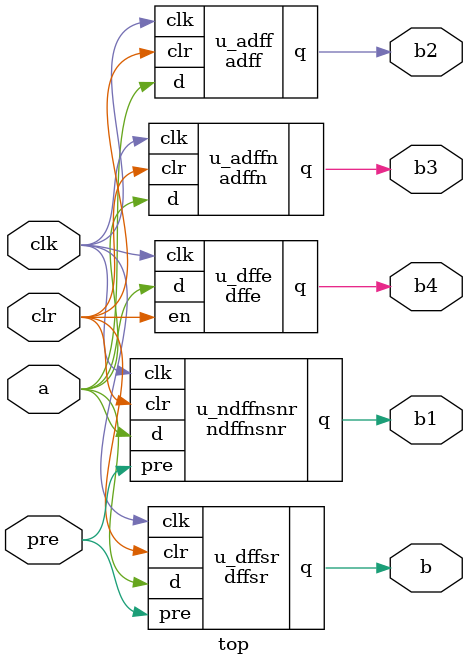
<source format=v>
module adff
    ( input d, clk, clr, output reg q );
    initial begin
      q = 0;
    end
	always @( posedge clk, posedge clr )
		if ( clr )
			q <= 1'b0;
		else
            q <= d;
endmodule

module adffn
    ( input d, clk, clr, output reg q );
    initial begin
      q = 0;
    end
	always @( posedge clk, negedge clr )
		if ( !clr )
			q <= 1'b0;
		else
            q <= d;
endmodule

module dffe
    ( input d, clk, en, output reg q );
    initial begin
      q = 0;
    end
	always @( posedge clk )
		if ( en )
			q <= d;
endmodule

module dffsr
    ( input d, clk, pre, clr, output reg q );
    initial begin
      q = 0;
    end
	always @( posedge clk)
		if ( clr )
			q <= 1'b0;
		else if ( pre )
			q <= 1'b1;
		else
            q <= d;
endmodule

module ndffnsnr
    ( input d, clk, pre, clr, output reg q );
    initial begin
      q = 0;
    end
	always @( negedge clk)
		if ( !clr )
			q <= 1'b0;
		else if ( !pre )
			q <= 1'b1;
		else
            q <= d;
endmodule

module top (
input clk,
input clr,
input pre,
input a,
output b,b1,b2,b3,b4
);

dffsr u_dffsr (
        .clk (clk ),
        .clr (clr),
        .pre (pre),
        .d (a ),
        .q (b )
    );

ndffnsnr u_ndffnsnr (
        .clk (clk ),
        .clr (clr),
        .pre (pre),
        .d (a ),
        .q (b1 )
    );

adff u_adff (
        .clk (clk ),
        .clr (clr),
        .d (a ),
        .q (b2 )
    );

adffn u_adffn (
        .clk (clk ),
        .clr (clr),
        .d (a ),
        .q (b3 )
    );

dffe u_dffe (
        .clk (clk ),
        .en (clr),
        .d (a ),
        .q (b4 )
    );

endmodule

</source>
